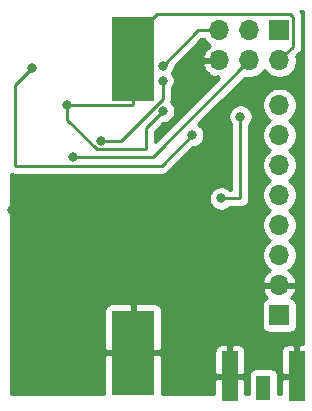
<source format=gbl>
G04 #@! TF.GenerationSoftware,KiCad,Pcbnew,5.1.9*
G04 #@! TF.CreationDate,2021-03-12T19:02:00+01:00*
G04 #@! TF.ProjectId,LORA_ATTINY84,4c4f5241-5f41-4545-9449-4e5938342e6b,rev?*
G04 #@! TF.SameCoordinates,Original*
G04 #@! TF.FileFunction,Copper,L2,Bot*
G04 #@! TF.FilePolarity,Positive*
%FSLAX46Y46*%
G04 Gerber Fmt 4.6, Leading zero omitted, Abs format (unit mm)*
G04 Created by KiCad (PCBNEW 5.1.9) date 2021-03-12 19:02:00*
%MOMM*%
%LPD*%
G01*
G04 APERTURE LIST*
G04 #@! TA.AperFunction,ComponentPad*
%ADD10R,1.200000X2.100000*%
G04 #@! TD*
G04 #@! TA.AperFunction,SMDPad,CuDef*
%ADD11R,1.350000X4.200000*%
G04 #@! TD*
G04 #@! TA.AperFunction,SMDPad,CuDef*
%ADD12R,3.600000X7.100000*%
G04 #@! TD*
G04 #@! TA.AperFunction,ComponentPad*
%ADD13O,1.700000X1.700000*%
G04 #@! TD*
G04 #@! TA.AperFunction,ComponentPad*
%ADD14R,1.700000X1.700000*%
G04 #@! TD*
G04 #@! TA.AperFunction,ViaPad*
%ADD15C,0.800000*%
G04 #@! TD*
G04 #@! TA.AperFunction,Conductor*
%ADD16C,0.250000*%
G04 #@! TD*
G04 #@! TA.AperFunction,Conductor*
%ADD17C,0.254000*%
G04 #@! TD*
G04 #@! TA.AperFunction,Conductor*
%ADD18C,0.100000*%
G04 #@! TD*
G04 APERTURE END LIST*
D10*
X88087200Y-78333600D03*
D11*
X90912200Y-77343000D03*
X85262200Y-77343000D03*
D12*
X77063600Y-50444400D03*
X77063600Y-75336400D03*
D13*
X84378800Y-50596800D03*
X84378800Y-48056800D03*
X86918800Y-50596800D03*
X86918800Y-48056800D03*
X89458800Y-50596800D03*
D14*
X89458800Y-48056800D03*
D13*
X89458800Y-54381400D03*
X89458800Y-56921400D03*
X89458800Y-59461400D03*
X89458800Y-62001400D03*
X89458800Y-64541400D03*
X89458800Y-67081400D03*
X89458800Y-69621400D03*
D14*
X89458800Y-72161400D03*
D15*
X86969600Y-52481399D03*
X66827400Y-63246000D03*
X90932000Y-74168000D03*
X85217000Y-74041000D03*
X79596854Y-54871454D03*
X71464500Y-54356000D03*
X82067400Y-56921400D03*
X68489500Y-51269900D03*
X71983600Y-58775600D03*
X86156800Y-55346600D03*
X84529200Y-62267600D03*
X74320400Y-57404000D03*
X79564000Y-52298600D03*
X79564000Y-51028600D03*
D16*
X77063600Y-48694400D02*
X77063600Y-50444400D01*
X90331402Y-46644400D02*
X79113600Y-46644400D01*
X79113600Y-46644400D02*
X77063600Y-48694400D01*
X90633801Y-46946799D02*
X90331402Y-46644400D01*
X90633801Y-49421799D02*
X90633801Y-46946799D01*
X89458800Y-50596800D02*
X90633801Y-49421799D01*
X78141999Y-58129001D02*
X73972399Y-58129001D01*
X78141999Y-58129001D02*
X78141999Y-56326309D01*
X78141999Y-56326309D02*
X79596854Y-54871454D01*
X73972399Y-58129001D02*
X71464500Y-55621102D01*
X71464500Y-55621102D02*
X71464500Y-54356000D01*
X76952000Y-54356000D02*
X72177000Y-54356000D01*
X77063600Y-54244400D02*
X76952000Y-54356000D01*
X72177000Y-54356000D02*
X71464500Y-54356000D01*
X77063600Y-50444400D02*
X77063600Y-54244400D01*
X67069801Y-59500601D02*
X67056000Y-59486800D01*
X82067400Y-56921400D02*
X79488199Y-59500601D01*
X79488199Y-59500601D02*
X67069801Y-59500601D01*
X67069801Y-59500601D02*
X67069801Y-52689599D01*
X67069801Y-52689599D02*
X68489500Y-51269900D01*
X78740000Y-58775600D02*
X86918800Y-50596800D01*
X71983600Y-58775600D02*
X78740000Y-58775600D01*
X86156800Y-62280800D02*
X86156800Y-55346600D01*
X86156800Y-62280800D02*
X84542400Y-62280800D01*
X84542400Y-62280800D02*
X84529200Y-62267600D01*
X76039002Y-57404000D02*
X79564000Y-53879002D01*
X79564000Y-53879002D02*
X79564000Y-52298600D01*
X74320400Y-57404000D02*
X76039002Y-57404000D01*
X84378800Y-48709960D02*
X84378800Y-48056800D01*
X84378800Y-48056800D02*
X82535800Y-48056800D01*
X82535800Y-48056800D02*
X79564000Y-51028600D01*
D17*
X91418721Y-74606258D02*
X91197950Y-74608000D01*
X91039200Y-74766750D01*
X91039200Y-77216000D01*
X91059200Y-77216000D01*
X91059200Y-77470000D01*
X91039200Y-77470000D01*
X91039200Y-77490000D01*
X90785200Y-77490000D01*
X90785200Y-77470000D01*
X89760950Y-77470000D01*
X89602200Y-77628750D01*
X89600189Y-78816600D01*
X89325272Y-78816600D01*
X89325272Y-77283600D01*
X89313012Y-77159118D01*
X89276702Y-77039420D01*
X89217737Y-76929106D01*
X89138385Y-76832415D01*
X89041694Y-76753063D01*
X88931380Y-76694098D01*
X88811682Y-76657788D01*
X88687200Y-76645528D01*
X87487200Y-76645528D01*
X87362718Y-76657788D01*
X87243020Y-76694098D01*
X87132706Y-76753063D01*
X87036015Y-76832415D01*
X86956663Y-76929106D01*
X86897698Y-77039420D01*
X86861388Y-77159118D01*
X86849128Y-77283600D01*
X86849128Y-78816600D01*
X86574211Y-78816600D01*
X86572200Y-77628750D01*
X86413450Y-77470000D01*
X85389200Y-77470000D01*
X85389200Y-77490000D01*
X85135200Y-77490000D01*
X85135200Y-77470000D01*
X84110950Y-77470000D01*
X83952200Y-77628750D01*
X83950189Y-78816600D01*
X79501606Y-78816600D01*
X79498600Y-75622150D01*
X79339850Y-75463400D01*
X77190600Y-75463400D01*
X77190600Y-75483400D01*
X76936600Y-75483400D01*
X76936600Y-75463400D01*
X74787350Y-75463400D01*
X74628600Y-75622150D01*
X74625594Y-78816600D01*
X66724895Y-78816600D01*
X66722166Y-75243000D01*
X83949128Y-75243000D01*
X83952200Y-77057250D01*
X84110950Y-77216000D01*
X85135200Y-77216000D01*
X85135200Y-74766750D01*
X85389200Y-74766750D01*
X85389200Y-77216000D01*
X86413450Y-77216000D01*
X86572200Y-77057250D01*
X86575272Y-75243000D01*
X89599128Y-75243000D01*
X89602200Y-77057250D01*
X89760950Y-77216000D01*
X90785200Y-77216000D01*
X90785200Y-74766750D01*
X90626450Y-74608000D01*
X90237200Y-74604928D01*
X90112718Y-74617188D01*
X89993020Y-74653498D01*
X89882706Y-74712463D01*
X89786015Y-74791815D01*
X89706663Y-74888506D01*
X89647698Y-74998820D01*
X89611388Y-75118518D01*
X89599128Y-75243000D01*
X86575272Y-75243000D01*
X86563012Y-75118518D01*
X86526702Y-74998820D01*
X86467737Y-74888506D01*
X86388385Y-74791815D01*
X86291694Y-74712463D01*
X86181380Y-74653498D01*
X86061682Y-74617188D01*
X85937200Y-74604928D01*
X85547950Y-74608000D01*
X85389200Y-74766750D01*
X85135200Y-74766750D01*
X84976450Y-74608000D01*
X84587200Y-74604928D01*
X84462718Y-74617188D01*
X84343020Y-74653498D01*
X84232706Y-74712463D01*
X84136015Y-74791815D01*
X84056663Y-74888506D01*
X83997698Y-74998820D01*
X83961388Y-75118518D01*
X83949128Y-75243000D01*
X66722166Y-75243000D01*
X66719525Y-71786400D01*
X74625528Y-71786400D01*
X74628600Y-75050650D01*
X74787350Y-75209400D01*
X76936600Y-75209400D01*
X76936600Y-71310150D01*
X77190600Y-71310150D01*
X77190600Y-75209400D01*
X79339850Y-75209400D01*
X79498600Y-75050650D01*
X79501672Y-71786400D01*
X79489412Y-71661918D01*
X79453102Y-71542220D01*
X79394137Y-71431906D01*
X79314785Y-71335215D01*
X79285767Y-71311400D01*
X87970728Y-71311400D01*
X87970728Y-73011400D01*
X87982988Y-73135882D01*
X88019298Y-73255580D01*
X88078263Y-73365894D01*
X88157615Y-73462585D01*
X88254306Y-73541937D01*
X88364620Y-73600902D01*
X88484318Y-73637212D01*
X88608800Y-73649472D01*
X90308800Y-73649472D01*
X90433282Y-73637212D01*
X90552980Y-73600902D01*
X90663294Y-73541937D01*
X90759985Y-73462585D01*
X90839337Y-73365894D01*
X90898302Y-73255580D01*
X90934612Y-73135882D01*
X90946872Y-73011400D01*
X90946872Y-71311400D01*
X90934612Y-71186918D01*
X90898302Y-71067220D01*
X90839337Y-70956906D01*
X90759985Y-70860215D01*
X90663294Y-70780863D01*
X90552980Y-70721898D01*
X90472334Y-70697434D01*
X90556388Y-70621669D01*
X90730441Y-70388320D01*
X90855625Y-70125499D01*
X90900276Y-69978290D01*
X90778955Y-69748400D01*
X89585800Y-69748400D01*
X89585800Y-69768400D01*
X89331800Y-69768400D01*
X89331800Y-69748400D01*
X88138645Y-69748400D01*
X88017324Y-69978290D01*
X88061975Y-70125499D01*
X88187159Y-70388320D01*
X88361212Y-70621669D01*
X88445266Y-70697434D01*
X88364620Y-70721898D01*
X88254306Y-70780863D01*
X88157615Y-70860215D01*
X88078263Y-70956906D01*
X88019298Y-71067220D01*
X87982988Y-71186918D01*
X87970728Y-71311400D01*
X79285767Y-71311400D01*
X79218094Y-71255863D01*
X79107780Y-71196898D01*
X78988082Y-71160588D01*
X78863600Y-71148328D01*
X77349350Y-71151400D01*
X77190600Y-71310150D01*
X76936600Y-71310150D01*
X76777850Y-71151400D01*
X75263600Y-71148328D01*
X75139118Y-71160588D01*
X75019420Y-71196898D01*
X74909106Y-71255863D01*
X74812415Y-71335215D01*
X74733063Y-71431906D01*
X74674098Y-71542220D01*
X74637788Y-71661918D01*
X74625528Y-71786400D01*
X66719525Y-71786400D01*
X66712176Y-62165661D01*
X83494200Y-62165661D01*
X83494200Y-62369539D01*
X83533974Y-62569498D01*
X83611995Y-62757856D01*
X83725263Y-62927374D01*
X83869426Y-63071537D01*
X84038944Y-63184805D01*
X84227302Y-63262826D01*
X84427261Y-63302600D01*
X84631139Y-63302600D01*
X84831098Y-63262826D01*
X85019456Y-63184805D01*
X85188974Y-63071537D01*
X85219711Y-63040800D01*
X86119467Y-63040800D01*
X86156800Y-63044477D01*
X86194133Y-63040800D01*
X86305786Y-63029803D01*
X86449047Y-62986346D01*
X86581076Y-62915774D01*
X86696801Y-62820801D01*
X86791774Y-62705076D01*
X86862346Y-62573047D01*
X86905803Y-62429786D01*
X86920477Y-62280800D01*
X86916800Y-62243467D01*
X86916800Y-56050311D01*
X86960737Y-56006374D01*
X87074005Y-55836856D01*
X87152026Y-55648498D01*
X87191800Y-55448539D01*
X87191800Y-55244661D01*
X87152026Y-55044702D01*
X87074005Y-54856344D01*
X86960737Y-54686826D01*
X86816574Y-54542663D01*
X86647056Y-54429395D01*
X86458698Y-54351374D01*
X86258739Y-54311600D01*
X86054861Y-54311600D01*
X85854902Y-54351374D01*
X85666544Y-54429395D01*
X85497026Y-54542663D01*
X85352863Y-54686826D01*
X85239595Y-54856344D01*
X85161574Y-55044702D01*
X85121800Y-55244661D01*
X85121800Y-55448539D01*
X85161574Y-55648498D01*
X85239595Y-55836856D01*
X85352863Y-56006374D01*
X85396801Y-56050312D01*
X85396800Y-61520800D01*
X85246111Y-61520800D01*
X85188974Y-61463663D01*
X85019456Y-61350395D01*
X84831098Y-61272374D01*
X84631139Y-61232600D01*
X84427261Y-61232600D01*
X84227302Y-61272374D01*
X84038944Y-61350395D01*
X83869426Y-61463663D01*
X83725263Y-61607826D01*
X83611995Y-61777344D01*
X83533974Y-61965702D01*
X83494200Y-62165661D01*
X66712176Y-62165661D01*
X66710651Y-60170386D01*
X66777554Y-60206147D01*
X66920815Y-60249604D01*
X67069801Y-60264278D01*
X67107134Y-60260601D01*
X79450877Y-60260601D01*
X79488199Y-60264277D01*
X79525521Y-60260601D01*
X79525532Y-60260601D01*
X79637185Y-60249604D01*
X79780446Y-60206147D01*
X79912475Y-60135575D01*
X80028200Y-60040602D01*
X80052003Y-60011598D01*
X82107202Y-57956400D01*
X82169339Y-57956400D01*
X82369298Y-57916626D01*
X82557656Y-57838605D01*
X82727174Y-57725337D01*
X82871337Y-57581174D01*
X82984605Y-57411656D01*
X83062626Y-57223298D01*
X83102400Y-57023339D01*
X83102400Y-56819461D01*
X83062626Y-56619502D01*
X82984605Y-56431144D01*
X82871337Y-56261626D01*
X82727174Y-56117463D01*
X82574771Y-56015631D01*
X84355262Y-54235140D01*
X87973800Y-54235140D01*
X87973800Y-54527660D01*
X88030868Y-54814558D01*
X88142810Y-55084811D01*
X88305325Y-55328032D01*
X88512168Y-55534875D01*
X88686560Y-55651400D01*
X88512168Y-55767925D01*
X88305325Y-55974768D01*
X88142810Y-56217989D01*
X88030868Y-56488242D01*
X87973800Y-56775140D01*
X87973800Y-57067660D01*
X88030868Y-57354558D01*
X88142810Y-57624811D01*
X88305325Y-57868032D01*
X88512168Y-58074875D01*
X88686560Y-58191400D01*
X88512168Y-58307925D01*
X88305325Y-58514768D01*
X88142810Y-58757989D01*
X88030868Y-59028242D01*
X87973800Y-59315140D01*
X87973800Y-59607660D01*
X88030868Y-59894558D01*
X88142810Y-60164811D01*
X88305325Y-60408032D01*
X88512168Y-60614875D01*
X88686560Y-60731400D01*
X88512168Y-60847925D01*
X88305325Y-61054768D01*
X88142810Y-61297989D01*
X88030868Y-61568242D01*
X87973800Y-61855140D01*
X87973800Y-62147660D01*
X88030868Y-62434558D01*
X88142810Y-62704811D01*
X88305325Y-62948032D01*
X88512168Y-63154875D01*
X88686560Y-63271400D01*
X88512168Y-63387925D01*
X88305325Y-63594768D01*
X88142810Y-63837989D01*
X88030868Y-64108242D01*
X87973800Y-64395140D01*
X87973800Y-64687660D01*
X88030868Y-64974558D01*
X88142810Y-65244811D01*
X88305325Y-65488032D01*
X88512168Y-65694875D01*
X88686560Y-65811400D01*
X88512168Y-65927925D01*
X88305325Y-66134768D01*
X88142810Y-66377989D01*
X88030868Y-66648242D01*
X87973800Y-66935140D01*
X87973800Y-67227660D01*
X88030868Y-67514558D01*
X88142810Y-67784811D01*
X88305325Y-68028032D01*
X88512168Y-68234875D01*
X88694334Y-68356595D01*
X88577445Y-68426222D01*
X88361212Y-68621131D01*
X88187159Y-68854480D01*
X88061975Y-69117301D01*
X88017324Y-69264510D01*
X88138645Y-69494400D01*
X89331800Y-69494400D01*
X89331800Y-69474400D01*
X89585800Y-69474400D01*
X89585800Y-69494400D01*
X90778955Y-69494400D01*
X90900276Y-69264510D01*
X90855625Y-69117301D01*
X90730441Y-68854480D01*
X90556388Y-68621131D01*
X90340155Y-68426222D01*
X90223266Y-68356595D01*
X90405432Y-68234875D01*
X90612275Y-68028032D01*
X90774790Y-67784811D01*
X90886732Y-67514558D01*
X90943800Y-67227660D01*
X90943800Y-66935140D01*
X90886732Y-66648242D01*
X90774790Y-66377989D01*
X90612275Y-66134768D01*
X90405432Y-65927925D01*
X90231040Y-65811400D01*
X90405432Y-65694875D01*
X90612275Y-65488032D01*
X90774790Y-65244811D01*
X90886732Y-64974558D01*
X90943800Y-64687660D01*
X90943800Y-64395140D01*
X90886732Y-64108242D01*
X90774790Y-63837989D01*
X90612275Y-63594768D01*
X90405432Y-63387925D01*
X90231040Y-63271400D01*
X90405432Y-63154875D01*
X90612275Y-62948032D01*
X90774790Y-62704811D01*
X90886732Y-62434558D01*
X90943800Y-62147660D01*
X90943800Y-61855140D01*
X90886732Y-61568242D01*
X90774790Y-61297989D01*
X90612275Y-61054768D01*
X90405432Y-60847925D01*
X90231040Y-60731400D01*
X90405432Y-60614875D01*
X90612275Y-60408032D01*
X90774790Y-60164811D01*
X90886732Y-59894558D01*
X90943800Y-59607660D01*
X90943800Y-59315140D01*
X90886732Y-59028242D01*
X90774790Y-58757989D01*
X90612275Y-58514768D01*
X90405432Y-58307925D01*
X90231040Y-58191400D01*
X90405432Y-58074875D01*
X90612275Y-57868032D01*
X90774790Y-57624811D01*
X90886732Y-57354558D01*
X90943800Y-57067660D01*
X90943800Y-56775140D01*
X90886732Y-56488242D01*
X90774790Y-56217989D01*
X90612275Y-55974768D01*
X90405432Y-55767925D01*
X90231040Y-55651400D01*
X90405432Y-55534875D01*
X90612275Y-55328032D01*
X90774790Y-55084811D01*
X90886732Y-54814558D01*
X90943800Y-54527660D01*
X90943800Y-54235140D01*
X90886732Y-53948242D01*
X90774790Y-53677989D01*
X90612275Y-53434768D01*
X90405432Y-53227925D01*
X90162211Y-53065410D01*
X89891958Y-52953468D01*
X89605060Y-52896400D01*
X89312540Y-52896400D01*
X89025642Y-52953468D01*
X88755389Y-53065410D01*
X88512168Y-53227925D01*
X88305325Y-53434768D01*
X88142810Y-53677989D01*
X88030868Y-53948242D01*
X87973800Y-54235140D01*
X84355262Y-54235140D01*
X86552392Y-52038010D01*
X86772540Y-52081800D01*
X87065060Y-52081800D01*
X87351958Y-52024732D01*
X87622211Y-51912790D01*
X87865432Y-51750275D01*
X88072275Y-51543432D01*
X88188800Y-51369040D01*
X88305325Y-51543432D01*
X88512168Y-51750275D01*
X88755389Y-51912790D01*
X89025642Y-52024732D01*
X89312540Y-52081800D01*
X89605060Y-52081800D01*
X89891958Y-52024732D01*
X90162211Y-51912790D01*
X90405432Y-51750275D01*
X90612275Y-51543432D01*
X90774790Y-51300211D01*
X90886732Y-51029958D01*
X90943800Y-50743060D01*
X90943800Y-50450540D01*
X90900010Y-50230392D01*
X91144805Y-49985597D01*
X91173802Y-49961800D01*
X91268775Y-49846075D01*
X91339347Y-49714046D01*
X91382804Y-49570785D01*
X91393801Y-49459132D01*
X91393801Y-49459123D01*
X91397477Y-49421800D01*
X91393801Y-49384477D01*
X91393801Y-46984124D01*
X91397477Y-46946799D01*
X91393801Y-46909474D01*
X91393801Y-46909466D01*
X91382804Y-46797813D01*
X91339347Y-46654552D01*
X91268775Y-46522523D01*
X91173802Y-46406798D01*
X91172099Y-46405400D01*
X91440264Y-46405400D01*
X91418721Y-74606258D01*
G04 #@! TA.AperFunction,Conductor*
D18*
G36*
X91418721Y-74606258D02*
G01*
X91197950Y-74608000D01*
X91039200Y-74766750D01*
X91039200Y-77216000D01*
X91059200Y-77216000D01*
X91059200Y-77470000D01*
X91039200Y-77470000D01*
X91039200Y-77490000D01*
X90785200Y-77490000D01*
X90785200Y-77470000D01*
X89760950Y-77470000D01*
X89602200Y-77628750D01*
X89600189Y-78816600D01*
X89325272Y-78816600D01*
X89325272Y-77283600D01*
X89313012Y-77159118D01*
X89276702Y-77039420D01*
X89217737Y-76929106D01*
X89138385Y-76832415D01*
X89041694Y-76753063D01*
X88931380Y-76694098D01*
X88811682Y-76657788D01*
X88687200Y-76645528D01*
X87487200Y-76645528D01*
X87362718Y-76657788D01*
X87243020Y-76694098D01*
X87132706Y-76753063D01*
X87036015Y-76832415D01*
X86956663Y-76929106D01*
X86897698Y-77039420D01*
X86861388Y-77159118D01*
X86849128Y-77283600D01*
X86849128Y-78816600D01*
X86574211Y-78816600D01*
X86572200Y-77628750D01*
X86413450Y-77470000D01*
X85389200Y-77470000D01*
X85389200Y-77490000D01*
X85135200Y-77490000D01*
X85135200Y-77470000D01*
X84110950Y-77470000D01*
X83952200Y-77628750D01*
X83950189Y-78816600D01*
X79501606Y-78816600D01*
X79498600Y-75622150D01*
X79339850Y-75463400D01*
X77190600Y-75463400D01*
X77190600Y-75483400D01*
X76936600Y-75483400D01*
X76936600Y-75463400D01*
X74787350Y-75463400D01*
X74628600Y-75622150D01*
X74625594Y-78816600D01*
X66724895Y-78816600D01*
X66722166Y-75243000D01*
X83949128Y-75243000D01*
X83952200Y-77057250D01*
X84110950Y-77216000D01*
X85135200Y-77216000D01*
X85135200Y-74766750D01*
X85389200Y-74766750D01*
X85389200Y-77216000D01*
X86413450Y-77216000D01*
X86572200Y-77057250D01*
X86575272Y-75243000D01*
X89599128Y-75243000D01*
X89602200Y-77057250D01*
X89760950Y-77216000D01*
X90785200Y-77216000D01*
X90785200Y-74766750D01*
X90626450Y-74608000D01*
X90237200Y-74604928D01*
X90112718Y-74617188D01*
X89993020Y-74653498D01*
X89882706Y-74712463D01*
X89786015Y-74791815D01*
X89706663Y-74888506D01*
X89647698Y-74998820D01*
X89611388Y-75118518D01*
X89599128Y-75243000D01*
X86575272Y-75243000D01*
X86563012Y-75118518D01*
X86526702Y-74998820D01*
X86467737Y-74888506D01*
X86388385Y-74791815D01*
X86291694Y-74712463D01*
X86181380Y-74653498D01*
X86061682Y-74617188D01*
X85937200Y-74604928D01*
X85547950Y-74608000D01*
X85389200Y-74766750D01*
X85135200Y-74766750D01*
X84976450Y-74608000D01*
X84587200Y-74604928D01*
X84462718Y-74617188D01*
X84343020Y-74653498D01*
X84232706Y-74712463D01*
X84136015Y-74791815D01*
X84056663Y-74888506D01*
X83997698Y-74998820D01*
X83961388Y-75118518D01*
X83949128Y-75243000D01*
X66722166Y-75243000D01*
X66719525Y-71786400D01*
X74625528Y-71786400D01*
X74628600Y-75050650D01*
X74787350Y-75209400D01*
X76936600Y-75209400D01*
X76936600Y-71310150D01*
X77190600Y-71310150D01*
X77190600Y-75209400D01*
X79339850Y-75209400D01*
X79498600Y-75050650D01*
X79501672Y-71786400D01*
X79489412Y-71661918D01*
X79453102Y-71542220D01*
X79394137Y-71431906D01*
X79314785Y-71335215D01*
X79285767Y-71311400D01*
X87970728Y-71311400D01*
X87970728Y-73011400D01*
X87982988Y-73135882D01*
X88019298Y-73255580D01*
X88078263Y-73365894D01*
X88157615Y-73462585D01*
X88254306Y-73541937D01*
X88364620Y-73600902D01*
X88484318Y-73637212D01*
X88608800Y-73649472D01*
X90308800Y-73649472D01*
X90433282Y-73637212D01*
X90552980Y-73600902D01*
X90663294Y-73541937D01*
X90759985Y-73462585D01*
X90839337Y-73365894D01*
X90898302Y-73255580D01*
X90934612Y-73135882D01*
X90946872Y-73011400D01*
X90946872Y-71311400D01*
X90934612Y-71186918D01*
X90898302Y-71067220D01*
X90839337Y-70956906D01*
X90759985Y-70860215D01*
X90663294Y-70780863D01*
X90552980Y-70721898D01*
X90472334Y-70697434D01*
X90556388Y-70621669D01*
X90730441Y-70388320D01*
X90855625Y-70125499D01*
X90900276Y-69978290D01*
X90778955Y-69748400D01*
X89585800Y-69748400D01*
X89585800Y-69768400D01*
X89331800Y-69768400D01*
X89331800Y-69748400D01*
X88138645Y-69748400D01*
X88017324Y-69978290D01*
X88061975Y-70125499D01*
X88187159Y-70388320D01*
X88361212Y-70621669D01*
X88445266Y-70697434D01*
X88364620Y-70721898D01*
X88254306Y-70780863D01*
X88157615Y-70860215D01*
X88078263Y-70956906D01*
X88019298Y-71067220D01*
X87982988Y-71186918D01*
X87970728Y-71311400D01*
X79285767Y-71311400D01*
X79218094Y-71255863D01*
X79107780Y-71196898D01*
X78988082Y-71160588D01*
X78863600Y-71148328D01*
X77349350Y-71151400D01*
X77190600Y-71310150D01*
X76936600Y-71310150D01*
X76777850Y-71151400D01*
X75263600Y-71148328D01*
X75139118Y-71160588D01*
X75019420Y-71196898D01*
X74909106Y-71255863D01*
X74812415Y-71335215D01*
X74733063Y-71431906D01*
X74674098Y-71542220D01*
X74637788Y-71661918D01*
X74625528Y-71786400D01*
X66719525Y-71786400D01*
X66712176Y-62165661D01*
X83494200Y-62165661D01*
X83494200Y-62369539D01*
X83533974Y-62569498D01*
X83611995Y-62757856D01*
X83725263Y-62927374D01*
X83869426Y-63071537D01*
X84038944Y-63184805D01*
X84227302Y-63262826D01*
X84427261Y-63302600D01*
X84631139Y-63302600D01*
X84831098Y-63262826D01*
X85019456Y-63184805D01*
X85188974Y-63071537D01*
X85219711Y-63040800D01*
X86119467Y-63040800D01*
X86156800Y-63044477D01*
X86194133Y-63040800D01*
X86305786Y-63029803D01*
X86449047Y-62986346D01*
X86581076Y-62915774D01*
X86696801Y-62820801D01*
X86791774Y-62705076D01*
X86862346Y-62573047D01*
X86905803Y-62429786D01*
X86920477Y-62280800D01*
X86916800Y-62243467D01*
X86916800Y-56050311D01*
X86960737Y-56006374D01*
X87074005Y-55836856D01*
X87152026Y-55648498D01*
X87191800Y-55448539D01*
X87191800Y-55244661D01*
X87152026Y-55044702D01*
X87074005Y-54856344D01*
X86960737Y-54686826D01*
X86816574Y-54542663D01*
X86647056Y-54429395D01*
X86458698Y-54351374D01*
X86258739Y-54311600D01*
X86054861Y-54311600D01*
X85854902Y-54351374D01*
X85666544Y-54429395D01*
X85497026Y-54542663D01*
X85352863Y-54686826D01*
X85239595Y-54856344D01*
X85161574Y-55044702D01*
X85121800Y-55244661D01*
X85121800Y-55448539D01*
X85161574Y-55648498D01*
X85239595Y-55836856D01*
X85352863Y-56006374D01*
X85396801Y-56050312D01*
X85396800Y-61520800D01*
X85246111Y-61520800D01*
X85188974Y-61463663D01*
X85019456Y-61350395D01*
X84831098Y-61272374D01*
X84631139Y-61232600D01*
X84427261Y-61232600D01*
X84227302Y-61272374D01*
X84038944Y-61350395D01*
X83869426Y-61463663D01*
X83725263Y-61607826D01*
X83611995Y-61777344D01*
X83533974Y-61965702D01*
X83494200Y-62165661D01*
X66712176Y-62165661D01*
X66710651Y-60170386D01*
X66777554Y-60206147D01*
X66920815Y-60249604D01*
X67069801Y-60264278D01*
X67107134Y-60260601D01*
X79450877Y-60260601D01*
X79488199Y-60264277D01*
X79525521Y-60260601D01*
X79525532Y-60260601D01*
X79637185Y-60249604D01*
X79780446Y-60206147D01*
X79912475Y-60135575D01*
X80028200Y-60040602D01*
X80052003Y-60011598D01*
X82107202Y-57956400D01*
X82169339Y-57956400D01*
X82369298Y-57916626D01*
X82557656Y-57838605D01*
X82727174Y-57725337D01*
X82871337Y-57581174D01*
X82984605Y-57411656D01*
X83062626Y-57223298D01*
X83102400Y-57023339D01*
X83102400Y-56819461D01*
X83062626Y-56619502D01*
X82984605Y-56431144D01*
X82871337Y-56261626D01*
X82727174Y-56117463D01*
X82574771Y-56015631D01*
X84355262Y-54235140D01*
X87973800Y-54235140D01*
X87973800Y-54527660D01*
X88030868Y-54814558D01*
X88142810Y-55084811D01*
X88305325Y-55328032D01*
X88512168Y-55534875D01*
X88686560Y-55651400D01*
X88512168Y-55767925D01*
X88305325Y-55974768D01*
X88142810Y-56217989D01*
X88030868Y-56488242D01*
X87973800Y-56775140D01*
X87973800Y-57067660D01*
X88030868Y-57354558D01*
X88142810Y-57624811D01*
X88305325Y-57868032D01*
X88512168Y-58074875D01*
X88686560Y-58191400D01*
X88512168Y-58307925D01*
X88305325Y-58514768D01*
X88142810Y-58757989D01*
X88030868Y-59028242D01*
X87973800Y-59315140D01*
X87973800Y-59607660D01*
X88030868Y-59894558D01*
X88142810Y-60164811D01*
X88305325Y-60408032D01*
X88512168Y-60614875D01*
X88686560Y-60731400D01*
X88512168Y-60847925D01*
X88305325Y-61054768D01*
X88142810Y-61297989D01*
X88030868Y-61568242D01*
X87973800Y-61855140D01*
X87973800Y-62147660D01*
X88030868Y-62434558D01*
X88142810Y-62704811D01*
X88305325Y-62948032D01*
X88512168Y-63154875D01*
X88686560Y-63271400D01*
X88512168Y-63387925D01*
X88305325Y-63594768D01*
X88142810Y-63837989D01*
X88030868Y-64108242D01*
X87973800Y-64395140D01*
X87973800Y-64687660D01*
X88030868Y-64974558D01*
X88142810Y-65244811D01*
X88305325Y-65488032D01*
X88512168Y-65694875D01*
X88686560Y-65811400D01*
X88512168Y-65927925D01*
X88305325Y-66134768D01*
X88142810Y-66377989D01*
X88030868Y-66648242D01*
X87973800Y-66935140D01*
X87973800Y-67227660D01*
X88030868Y-67514558D01*
X88142810Y-67784811D01*
X88305325Y-68028032D01*
X88512168Y-68234875D01*
X88694334Y-68356595D01*
X88577445Y-68426222D01*
X88361212Y-68621131D01*
X88187159Y-68854480D01*
X88061975Y-69117301D01*
X88017324Y-69264510D01*
X88138645Y-69494400D01*
X89331800Y-69494400D01*
X89331800Y-69474400D01*
X89585800Y-69474400D01*
X89585800Y-69494400D01*
X90778955Y-69494400D01*
X90900276Y-69264510D01*
X90855625Y-69117301D01*
X90730441Y-68854480D01*
X90556388Y-68621131D01*
X90340155Y-68426222D01*
X90223266Y-68356595D01*
X90405432Y-68234875D01*
X90612275Y-68028032D01*
X90774790Y-67784811D01*
X90886732Y-67514558D01*
X90943800Y-67227660D01*
X90943800Y-66935140D01*
X90886732Y-66648242D01*
X90774790Y-66377989D01*
X90612275Y-66134768D01*
X90405432Y-65927925D01*
X90231040Y-65811400D01*
X90405432Y-65694875D01*
X90612275Y-65488032D01*
X90774790Y-65244811D01*
X90886732Y-64974558D01*
X90943800Y-64687660D01*
X90943800Y-64395140D01*
X90886732Y-64108242D01*
X90774790Y-63837989D01*
X90612275Y-63594768D01*
X90405432Y-63387925D01*
X90231040Y-63271400D01*
X90405432Y-63154875D01*
X90612275Y-62948032D01*
X90774790Y-62704811D01*
X90886732Y-62434558D01*
X90943800Y-62147660D01*
X90943800Y-61855140D01*
X90886732Y-61568242D01*
X90774790Y-61297989D01*
X90612275Y-61054768D01*
X90405432Y-60847925D01*
X90231040Y-60731400D01*
X90405432Y-60614875D01*
X90612275Y-60408032D01*
X90774790Y-60164811D01*
X90886732Y-59894558D01*
X90943800Y-59607660D01*
X90943800Y-59315140D01*
X90886732Y-59028242D01*
X90774790Y-58757989D01*
X90612275Y-58514768D01*
X90405432Y-58307925D01*
X90231040Y-58191400D01*
X90405432Y-58074875D01*
X90612275Y-57868032D01*
X90774790Y-57624811D01*
X90886732Y-57354558D01*
X90943800Y-57067660D01*
X90943800Y-56775140D01*
X90886732Y-56488242D01*
X90774790Y-56217989D01*
X90612275Y-55974768D01*
X90405432Y-55767925D01*
X90231040Y-55651400D01*
X90405432Y-55534875D01*
X90612275Y-55328032D01*
X90774790Y-55084811D01*
X90886732Y-54814558D01*
X90943800Y-54527660D01*
X90943800Y-54235140D01*
X90886732Y-53948242D01*
X90774790Y-53677989D01*
X90612275Y-53434768D01*
X90405432Y-53227925D01*
X90162211Y-53065410D01*
X89891958Y-52953468D01*
X89605060Y-52896400D01*
X89312540Y-52896400D01*
X89025642Y-52953468D01*
X88755389Y-53065410D01*
X88512168Y-53227925D01*
X88305325Y-53434768D01*
X88142810Y-53677989D01*
X88030868Y-53948242D01*
X87973800Y-54235140D01*
X84355262Y-54235140D01*
X86552392Y-52038010D01*
X86772540Y-52081800D01*
X87065060Y-52081800D01*
X87351958Y-52024732D01*
X87622211Y-51912790D01*
X87865432Y-51750275D01*
X88072275Y-51543432D01*
X88188800Y-51369040D01*
X88305325Y-51543432D01*
X88512168Y-51750275D01*
X88755389Y-51912790D01*
X89025642Y-52024732D01*
X89312540Y-52081800D01*
X89605060Y-52081800D01*
X89891958Y-52024732D01*
X90162211Y-51912790D01*
X90405432Y-51750275D01*
X90612275Y-51543432D01*
X90774790Y-51300211D01*
X90886732Y-51029958D01*
X90943800Y-50743060D01*
X90943800Y-50450540D01*
X90900010Y-50230392D01*
X91144805Y-49985597D01*
X91173802Y-49961800D01*
X91268775Y-49846075D01*
X91339347Y-49714046D01*
X91382804Y-49570785D01*
X91393801Y-49459132D01*
X91393801Y-49459123D01*
X91397477Y-49421800D01*
X91393801Y-49384477D01*
X91393801Y-46984124D01*
X91397477Y-46946799D01*
X91393801Y-46909474D01*
X91393801Y-46909466D01*
X91382804Y-46797813D01*
X91339347Y-46654552D01*
X91268775Y-46522523D01*
X91173802Y-46406798D01*
X91172099Y-46405400D01*
X91440264Y-46405400D01*
X91418721Y-74606258D01*
G37*
G04 #@! TD.AperFunction*
D17*
X83225325Y-49003432D02*
X83432168Y-49210275D01*
X83608206Y-49327900D01*
X83378531Y-49499212D01*
X83183622Y-49715445D01*
X83034643Y-49965548D01*
X82937319Y-50239909D01*
X83057986Y-50469800D01*
X84251800Y-50469800D01*
X84251800Y-50449800D01*
X84505800Y-50449800D01*
X84505800Y-50469800D01*
X84525800Y-50469800D01*
X84525800Y-50723800D01*
X84505800Y-50723800D01*
X84505800Y-50743800D01*
X84251800Y-50743800D01*
X84251800Y-50723800D01*
X83057986Y-50723800D01*
X82937319Y-50953691D01*
X83034643Y-51228052D01*
X83183622Y-51478155D01*
X83378531Y-51694388D01*
X83611880Y-51868441D01*
X83874701Y-51993625D01*
X84021910Y-52038276D01*
X84251798Y-51916956D01*
X84251798Y-52081800D01*
X84358998Y-52081800D01*
X78901999Y-57538800D01*
X78901999Y-56641110D01*
X79636656Y-55906454D01*
X79698793Y-55906454D01*
X79898752Y-55866680D01*
X80087110Y-55788659D01*
X80256628Y-55675391D01*
X80400791Y-55531228D01*
X80514059Y-55361710D01*
X80592080Y-55173352D01*
X80631854Y-54973393D01*
X80631854Y-54769515D01*
X80592080Y-54569556D01*
X80514059Y-54381198D01*
X80400791Y-54211680D01*
X80290682Y-54101571D01*
X80313003Y-54027988D01*
X80324000Y-53916335D01*
X80324000Y-53916325D01*
X80327676Y-53879002D01*
X80324000Y-53841680D01*
X80324000Y-53002311D01*
X80367937Y-52958374D01*
X80481205Y-52788856D01*
X80559226Y-52600498D01*
X80599000Y-52400539D01*
X80599000Y-52196661D01*
X80559226Y-51996702D01*
X80481205Y-51808344D01*
X80384490Y-51663600D01*
X80481205Y-51518856D01*
X80559226Y-51330498D01*
X80599000Y-51130539D01*
X80599000Y-51068401D01*
X82850602Y-48816800D01*
X83100622Y-48816800D01*
X83225325Y-49003432D01*
G04 #@! TA.AperFunction,Conductor*
D18*
G36*
X83225325Y-49003432D02*
G01*
X83432168Y-49210275D01*
X83608206Y-49327900D01*
X83378531Y-49499212D01*
X83183622Y-49715445D01*
X83034643Y-49965548D01*
X82937319Y-50239909D01*
X83057986Y-50469800D01*
X84251800Y-50469800D01*
X84251800Y-50449800D01*
X84505800Y-50449800D01*
X84505800Y-50469800D01*
X84525800Y-50469800D01*
X84525800Y-50723800D01*
X84505800Y-50723800D01*
X84505800Y-50743800D01*
X84251800Y-50743800D01*
X84251800Y-50723800D01*
X83057986Y-50723800D01*
X82937319Y-50953691D01*
X83034643Y-51228052D01*
X83183622Y-51478155D01*
X83378531Y-51694388D01*
X83611880Y-51868441D01*
X83874701Y-51993625D01*
X84021910Y-52038276D01*
X84251798Y-51916956D01*
X84251798Y-52081800D01*
X84358998Y-52081800D01*
X78901999Y-57538800D01*
X78901999Y-56641110D01*
X79636656Y-55906454D01*
X79698793Y-55906454D01*
X79898752Y-55866680D01*
X80087110Y-55788659D01*
X80256628Y-55675391D01*
X80400791Y-55531228D01*
X80514059Y-55361710D01*
X80592080Y-55173352D01*
X80631854Y-54973393D01*
X80631854Y-54769515D01*
X80592080Y-54569556D01*
X80514059Y-54381198D01*
X80400791Y-54211680D01*
X80290682Y-54101571D01*
X80313003Y-54027988D01*
X80324000Y-53916335D01*
X80324000Y-53916325D01*
X80327676Y-53879002D01*
X80324000Y-53841680D01*
X80324000Y-53002311D01*
X80367937Y-52958374D01*
X80481205Y-52788856D01*
X80559226Y-52600498D01*
X80599000Y-52400539D01*
X80599000Y-52196661D01*
X80559226Y-51996702D01*
X80481205Y-51808344D01*
X80384490Y-51663600D01*
X80481205Y-51518856D01*
X80559226Y-51330498D01*
X80599000Y-51130539D01*
X80599000Y-51068401D01*
X82850602Y-48816800D01*
X83100622Y-48816800D01*
X83225325Y-49003432D01*
G37*
G04 #@! TD.AperFunction*
M02*

</source>
